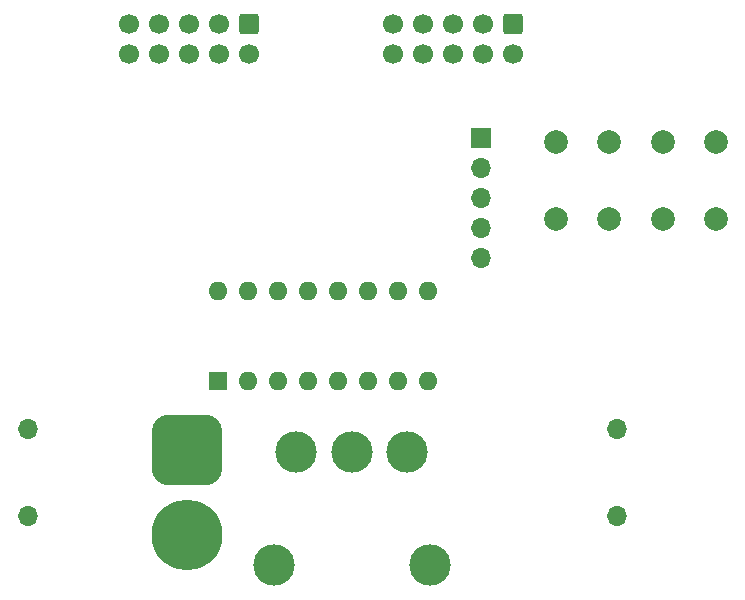
<source format=gbr>
%TF.GenerationSoftware,KiCad,Pcbnew,7.0.2*%
%TF.CreationDate,2023-11-09T20:15:28+01:00*%
%TF.ProjectId,Motherboard,4d6f7468-6572-4626-9f61-72642e6b6963,rev?*%
%TF.SameCoordinates,Original*%
%TF.FileFunction,Soldermask,Bot*%
%TF.FilePolarity,Negative*%
%FSLAX46Y46*%
G04 Gerber Fmt 4.6, Leading zero omitted, Abs format (unit mm)*
G04 Created by KiCad (PCBNEW 7.0.2) date 2023-11-09 20:15:28*
%MOMM*%
%LPD*%
G01*
G04 APERTURE LIST*
G04 Aperture macros list*
%AMRoundRect*
0 Rectangle with rounded corners*
0 $1 Rounding radius*
0 $2 $3 $4 $5 $6 $7 $8 $9 X,Y pos of 4 corners*
0 Add a 4 corners polygon primitive as box body*
4,1,4,$2,$3,$4,$5,$6,$7,$8,$9,$2,$3,0*
0 Add four circle primitives for the rounded corners*
1,1,$1+$1,$2,$3*
1,1,$1+$1,$4,$5*
1,1,$1+$1,$6,$7*
1,1,$1+$1,$8,$9*
0 Add four rect primitives between the rounded corners*
20,1,$1+$1,$2,$3,$4,$5,0*
20,1,$1+$1,$4,$5,$6,$7,0*
20,1,$1+$1,$6,$7,$8,$9,0*
20,1,$1+$1,$8,$9,$2,$3,0*%
G04 Aperture macros list end*
%ADD10C,3.500000*%
%ADD11C,2.000000*%
%ADD12O,1.600000X1.600000*%
%ADD13R,1.600000X1.600000*%
%ADD14C,1.700000*%
%ADD15RoundRect,0.250000X-0.600000X0.600000X-0.600000X-0.600000X0.600000X-0.600000X0.600000X0.600000X0*%
%ADD16O,1.700000X1.700000*%
%ADD17R,1.700000X1.700000*%
%ADD18C,6.000000*%
%ADD19RoundRect,1.500000X-1.500000X1.500000X-1.500000X-1.500000X1.500000X-1.500000X1.500000X1.500000X0*%
G04 APERTURE END LIST*
D10*
%TO.C,SW2*%
X142296000Y-106617500D03*
X146996000Y-106617500D03*
X151696000Y-106617500D03*
X153601000Y-116147500D03*
X140391000Y-116147500D03*
%TD*%
D11*
%TO.C,SW1*%
X168768000Y-80332000D03*
X168768000Y-86832000D03*
X164268000Y-80332000D03*
X164268000Y-86832000D03*
%TD*%
D12*
%TO.C,U4*%
X135708000Y-92970000D03*
X138248000Y-92970000D03*
X140788000Y-92970000D03*
X143328000Y-92970000D03*
X145868000Y-92970000D03*
X148408000Y-92970000D03*
X150948000Y-92970000D03*
X153488000Y-92970000D03*
X153488000Y-100590000D03*
X150948000Y-100590000D03*
X148408000Y-100590000D03*
X145868000Y-100590000D03*
X143328000Y-100590000D03*
X140788000Y-100590000D03*
X138248000Y-100590000D03*
D13*
X135708000Y-100590000D03*
%TD*%
D11*
%TO.C,SW3*%
X177821000Y-80332000D03*
X177821000Y-86832000D03*
X173321000Y-80332000D03*
X173321000Y-86832000D03*
%TD*%
D14*
%TO.C,J5*%
X150487802Y-72914000D03*
X150487802Y-70374000D03*
X153027802Y-72914000D03*
X153027802Y-70374000D03*
X155567802Y-72914000D03*
X155567802Y-70374000D03*
X158107802Y-72914000D03*
X158107802Y-70374000D03*
X160647802Y-72914000D03*
D15*
X160647802Y-70374000D03*
%TD*%
D16*
%TO.C,J3*%
X119564000Y-112014000D03*
X119564000Y-104614000D03*
%TD*%
%TO.C,J6*%
X157918000Y-90191000D03*
X157918000Y-87651000D03*
X157918000Y-85111000D03*
X157918000Y-82571000D03*
D17*
X157918000Y-80031000D03*
%TD*%
D14*
%TO.C,J4*%
X128135802Y-72914000D03*
X128135802Y-70374000D03*
X130675802Y-72914000D03*
X130675802Y-70374000D03*
X133215802Y-72914000D03*
X133215802Y-70374000D03*
X135755802Y-72914000D03*
X135755802Y-70374000D03*
X138295802Y-72914000D03*
D15*
X138295802Y-70374000D03*
%TD*%
D18*
%TO.C,J1*%
X133026000Y-113598000D03*
D19*
X133026000Y-106398000D03*
%TD*%
D16*
%TO.C,J2*%
X169475000Y-104614000D03*
X169475000Y-112014000D03*
%TD*%
M02*

</source>
